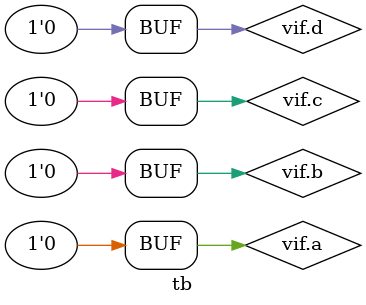
<source format=sv>


interface comb_inf();
  logic a, b, c, d;
  logic y;
endinterface

// Test module
module tb;
  comb_inf vif();	// create an interface handle
  
  // Instantiate module
  // Explicit port mapping
  comb dut(.a(vif.a), .b(vif.b), .c(vif.c), .d(vif.d), .y(vif.y));
  
  // Implicit port mapping
  //comb dut(vif.a, vif.b, vif.c, vif.d, vif.y);
  
  initial begin
  $dumpvars;
  $dumpfile("dump.vcd");
  
  vif.a = 0; vif.b = 0; vif.c = 0; vif.d = 0;
  #10;
    
  $monitor("a = %0b, b = %0b, c = %0b, d = %0b :: y = %0b", vif.a, vif.b, vif.c, vif.d, vif.y);
    
    repeat(10) begin
      vif.a = $urandom;
      vif.b = $urandom;
      vif.c = $urandom;
      vif.d = $urandom;
      #10;
    end
   
    vif.a = 1; vif.b = 1; vif.c = 1; vif.d = 1;
    #30;
    
    vif.a = 0; vif.b = 0; vif.c = 0; vif.d = 0;
  end
endmodule

</source>
